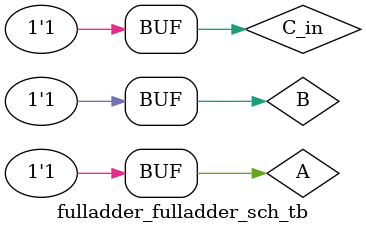
<source format=v>

`timescale 1ns / 1ps

module fulladder_fulladder_sch_tb();

// Inputs
   reg C_in;
   reg A;
   reg B;

// Output
   wire C_out;
   wire S;

// Bidirs

// Instantiate the UUT
   fulladder UUT (
		.C_in(C_in), 
		.C_out(C_out), 
		.S(S), 
		.A(A), 
		.B(B)
   );
// Initialize Inputs
//   `ifdef auto_init
       initial begin
		C_in = 0;
		A = 0;
		B = 0;
		#100
		C_in = 1;
		A = 0;
		B = 0;
		#100
		C_in = 0;
		A = 1;
		B = 0;
		#100
		C_in = 1;
		A = 1;
		B = 0;
		#100
		C_in = 0;
		A = 0;
		B = 1;
		#100
		C_in = 1;
		A = 0;
		B = 1;
		#100
		C_in = 0;
		A = 1;
		B = 1;
		#100
		C_in = 1;
		A = 1;
		B = 1;
		
		end
//   `endif
endmodule

</source>
